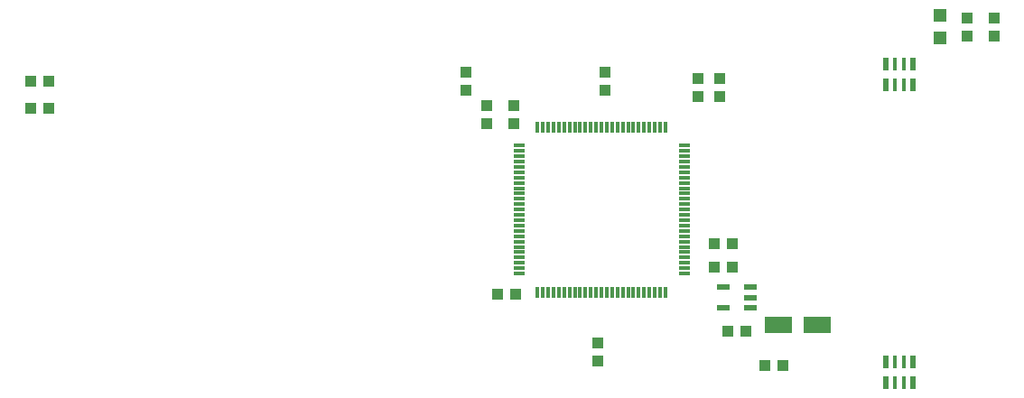
<source format=gbr>
G04 EAGLE Gerber RS-274X export*
G75*
%MOMM*%
%FSLAX34Y34*%
%LPD*%
%INSolderpaste Top*%
%IPPOS*%
%AMOC8*
5,1,8,0,0,1.08239X$1,22.5*%
G01*
%ADD10R,1.000000X1.100000*%
%ADD11R,2.600000X1.600000*%
%ADD12R,1.200000X1.200000*%
%ADD13R,1.100000X1.000000*%
%ADD14R,1.200000X0.550000*%
%ADD15R,1.000000X0.300000*%
%ADD16R,0.300000X1.000000*%
%ADD17R,0.440000X1.150000*%
%ADD18R,0.630000X1.150000*%


D10*
X476250Y573650D03*
X476250Y556650D03*
D11*
X786350Y368300D03*
X750350Y368300D03*
D12*
X901700Y637200D03*
X901700Y658200D03*
D10*
X737625Y330200D03*
X754625Y330200D03*
X65650Y596900D03*
X48650Y596900D03*
D13*
X486800Y396875D03*
X503800Y396875D03*
D10*
X581025Y334400D03*
X581025Y351400D03*
D13*
X48650Y571500D03*
X65650Y571500D03*
X457200Y588400D03*
X457200Y605400D03*
X674687Y582050D03*
X674687Y599050D03*
X695325Y582050D03*
X695325Y599050D03*
X927100Y656200D03*
X927100Y639200D03*
D14*
X724200Y384200D03*
X724200Y393700D03*
X724200Y403200D03*
X698200Y403200D03*
X698200Y384200D03*
D13*
X719700Y361950D03*
X702700Y361950D03*
D15*
X506700Y536250D03*
X506700Y531250D03*
X506700Y526250D03*
X506700Y521250D03*
X506700Y516250D03*
X506700Y511250D03*
X506700Y506250D03*
X506700Y501250D03*
X506700Y496250D03*
X506700Y491250D03*
X506700Y486250D03*
X506700Y481250D03*
X506700Y476250D03*
X506700Y471250D03*
X506700Y466250D03*
X506700Y461250D03*
X506700Y456250D03*
X506700Y451250D03*
X506700Y446250D03*
X506700Y441250D03*
X506700Y436250D03*
X506700Y431250D03*
X506700Y426250D03*
X506700Y421250D03*
X506700Y416250D03*
D16*
X524200Y398750D03*
X529200Y398750D03*
X534200Y398750D03*
X539200Y398750D03*
X544200Y398750D03*
X549200Y398750D03*
X554200Y398750D03*
X559200Y398750D03*
X564200Y398750D03*
X569200Y398750D03*
X574200Y398750D03*
X579200Y398750D03*
X584200Y398750D03*
X589200Y398750D03*
X594200Y398750D03*
X599200Y398750D03*
X604200Y398750D03*
X609200Y398750D03*
X614200Y398750D03*
X619200Y398750D03*
X624200Y398750D03*
X629200Y398750D03*
X634200Y398750D03*
X639200Y398750D03*
X644200Y398750D03*
D15*
X661700Y416250D03*
X661700Y421250D03*
X661700Y426250D03*
X661700Y431250D03*
X661700Y436250D03*
X661700Y441250D03*
X661700Y446250D03*
X661700Y451250D03*
X661700Y456250D03*
X661700Y461250D03*
X661700Y466250D03*
X661700Y471250D03*
X661700Y476250D03*
X661700Y481250D03*
X661700Y486250D03*
X661700Y491250D03*
X661700Y496250D03*
X661700Y501250D03*
X661700Y506250D03*
X661700Y511250D03*
X661700Y516250D03*
X661700Y521250D03*
X661700Y526250D03*
X661700Y531250D03*
X661700Y536250D03*
D16*
X644200Y553750D03*
X639200Y553750D03*
X634200Y553750D03*
X629200Y553750D03*
X624200Y553750D03*
X619200Y553750D03*
X614200Y553750D03*
X609200Y553750D03*
X604200Y553750D03*
X599200Y553750D03*
X594200Y553750D03*
X589200Y553750D03*
X584200Y553750D03*
X579200Y553750D03*
X574200Y553750D03*
X569200Y553750D03*
X564200Y553750D03*
X559200Y553750D03*
X554200Y553750D03*
X549200Y553750D03*
X544200Y553750D03*
X539200Y553750D03*
X534200Y553750D03*
X529200Y553750D03*
X524200Y553750D03*
D13*
X707000Y422275D03*
X690000Y422275D03*
X707000Y444500D03*
X690000Y444500D03*
D10*
X587375Y605400D03*
X587375Y588400D03*
X501650Y573650D03*
X501650Y556650D03*
D17*
X867600Y314100D03*
X859600Y314100D03*
X859600Y333600D03*
X867600Y333600D03*
D18*
X850650Y314100D03*
X850650Y333600D03*
X876550Y333600D03*
X876550Y314100D03*
D17*
X859600Y613000D03*
X867600Y613000D03*
X867600Y593500D03*
X859600Y593500D03*
D18*
X876550Y613000D03*
X876550Y593500D03*
X850650Y593500D03*
X850650Y613000D03*
D13*
X952500Y656200D03*
X952500Y639200D03*
M02*

</source>
